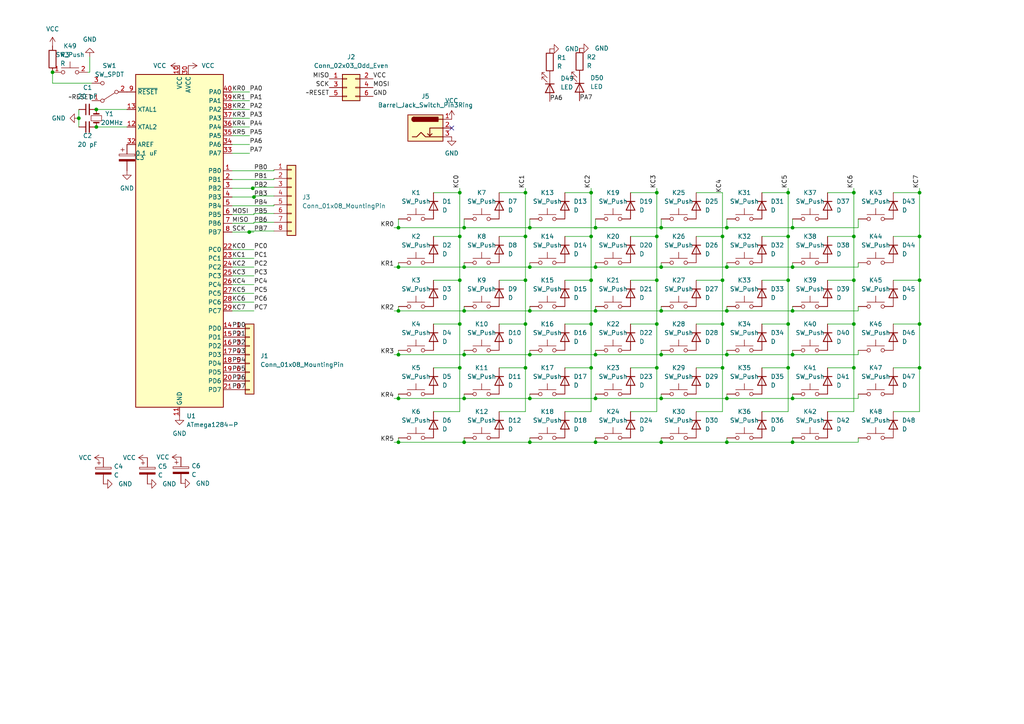
<source format=kicad_sch>
(kicad_sch (version 20211123) (generator eeschema)
  (paper "A4")
  (junction (at 247.65 106.68))
  (junction (at 229.87 90.17))
  (junction (at 22.86 34.29))
  (junction (at 210.82 115.57))
  (junction (at 210.82 128.27))
  (junction (at 152.4 93.98))
  (junction (at 171.45 106.68))
  (junction (at 73.66 57.15))
  (junction (at 228.6 81.28))
  (junction (at 152.4 68.58))
  (junction (at 228.6 55.88))
  (junction (at 229.87 66.04))
  (junction (at 266.7 81.28))
  (junction (at 191.77 66.04))
  (junction (at 172.72 66.04))
  (junction (at 15.24 20.955))
  (junction (at 209.55 81.28))
  (junction (at 133.35 55.88))
  (junction (at 115.57 90.17))
  (junction (at 209.55 106.68))
  (junction (at 247.65 68.58))
  (junction (at 115.57 77.47))
  (junction (at 172.72 102.87))
  (junction (at 228.6 93.98))
  (junction (at 171.45 93.98))
  (junction (at 210.82 90.17))
  (junction (at 171.45 81.28))
  (junction (at 134.62 90.17))
  (junction (at 152.4 55.88))
  (junction (at 247.65 55.88))
  (junction (at 266.7 93.98))
  (junction (at 134.62 102.87))
  (junction (at 172.72 128.27))
  (junction (at 27.94 31.75))
  (junction (at 171.45 55.88))
  (junction (at 210.82 66.04))
  (junction (at 191.77 77.47))
  (junction (at 229.87 77.47))
  (junction (at 133.35 68.58))
  (junction (at 115.57 66.04))
  (junction (at 229.87 115.57))
  (junction (at 115.57 102.87))
  (junction (at 134.62 77.47))
  (junction (at 190.5 81.28))
  (junction (at 73.3044 54.61))
  (junction (at 133.35 81.28))
  (junction (at 228.6 106.68))
  (junction (at 115.57 128.27))
  (junction (at 172.72 77.47))
  (junction (at 133.35 93.98))
  (junction (at 229.87 128.27))
  (junction (at 210.82 77.47))
  (junction (at 153.67 128.27))
  (junction (at 153.67 102.87))
  (junction (at 191.77 90.17))
  (junction (at 152.4 106.68))
  (junction (at 191.77 115.57))
  (junction (at 266.7 68.58))
  (junction (at 153.67 66.04))
  (junction (at 153.67 115.57))
  (junction (at 190.5 106.68))
  (junction (at 191.77 102.87))
  (junction (at 229.87 102.87))
  (junction (at 266.7 55.88))
  (junction (at 153.67 90.17))
  (junction (at 190.5 55.88))
  (junction (at 133.35 106.68))
  (junction (at 228.6 68.58))
  (junction (at 247.65 81.28))
  (junction (at 191.77 128.27))
  (junction (at 171.45 68.58))
  (junction (at 266.7 106.68))
  (junction (at 153.67 77.47))
  (junction (at 134.62 66.04))
  (junction (at 172.72 90.17))
  (junction (at 247.65 93.98))
  (junction (at 190.5 93.98))
  (junction (at 115.57 115.57))
  (junction (at 72.2884 67.31))
  (junction (at 27.94 36.83))
  (junction (at 134.62 128.27))
  (junction (at 210.82 102.87))
  (junction (at 172.72 115.57))
  (junction (at 209.55 93.98))
  (junction (at 190.5 68.58))
  (junction (at 134.62 115.57))
  (junction (at 152.4 81.28))
  (junction (at 209.55 68.58))
  (no_connect (at 131.0132 37.1348))
  (wire (pts (xy 191.77 63.5) (xy 191.77 66.04)))
  (wire (pts (xy 191.77 127) (xy 191.77 128.27)))
  (wire (pts (xy 15.24 24.13) (xy 26.67 24.13)))
  (wire (pts (xy 144.78 68.58) (xy 152.4 68.58)))
  (wire (pts (xy 163.83 93.98) (xy 171.45 93.98)))
  (wire (pts (xy 134.62 66.04) (xy 153.67 66.04)))
  (wire (pts (xy 228.6 55.88) (xy 228.6 68.58)))
  (wire (pts (xy 115.57 88.9) (xy 115.57 90.17)))
  (wire (pts (xy 171.45 68.58) (xy 171.45 81.28)))
  (wire (pts (xy 73.66 57.15) (xy 73.66 57.2008)))
  (wire (pts (xy 209.55 55.88) (xy 209.55 68.58)))
  (wire (pts (xy 191.77 114.3) (xy 191.77 115.57)))
  (wire (pts (xy 182.88 119.38) (xy 190.5 119.38)))
  (wire (pts (xy 79.4512 67.0052) (xy 72.2884 67.0052)))
  (wire (pts (xy 240.03 106.68) (xy 247.65 106.68)))
  (wire (pts (xy 228.6 54.61) (xy 228.6 55.88)))
  (wire (pts (xy 133.35 55.88) (xy 133.35 68.58)))
  (wire (pts (xy 210.82 128.27) (xy 229.87 128.27)))
  (wire (pts (xy 210.82 63.5) (xy 210.82 66.04)))
  (wire (pts (xy 229.87 76.2) (xy 229.87 77.47)))
  (wire (pts (xy 240.03 55.88) (xy 247.65 55.88)))
  (wire (pts (xy 190.5 93.98) (xy 190.5 106.68)))
  (wire (pts (xy 67.31 67.31) (xy 72.2884 67.31)))
  (wire (pts (xy 153.67 63.5) (xy 153.67 66.04)))
  (wire (pts (xy 134.62 128.27) (xy 153.67 128.27)))
  (wire (pts (xy 190.5 55.88) (xy 190.5 68.58)))
  (wire (pts (xy 229.87 128.27) (xy 248.92 128.27)))
  (wire (pts (xy 153.67 88.9) (xy 153.67 90.17)))
  (wire (pts (xy 240.03 68.58) (xy 247.65 68.58)))
  (wire (pts (xy 144.78 55.88) (xy 152.4 55.88)))
  (wire (pts (xy 191.77 66.04) (xy 210.82 66.04)))
  (wire (pts (xy 115.57 101.6) (xy 115.57 102.87)))
  (wire (pts (xy 191.77 102.87) (xy 210.82 102.87)))
  (wire (pts (xy 172.72 88.9) (xy 172.72 90.17)))
  (wire (pts (xy 125.73 81.28) (xy 133.35 81.28)))
  (wire (pts (xy 153.67 102.87) (xy 172.72 102.87)))
  (wire (pts (xy 153.67 90.17) (xy 172.72 90.17)))
  (wire (pts (xy 67.31 57.15) (xy 73.66 57.15)))
  (wire (pts (xy 266.7 81.28) (xy 266.7 93.98)))
  (wire (pts (xy 125.73 68.58) (xy 133.35 68.58)))
  (wire (pts (xy 153.67 114.3) (xy 153.67 115.57)))
  (wire (pts (xy 220.98 55.88) (xy 228.6 55.88)))
  (wire (pts (xy 171.45 93.98) (xy 171.45 106.68)))
  (wire (pts (xy 247.65 54.61) (xy 247.65 55.88)))
  (wire (pts (xy 67.31 36.83) (xy 72.39 36.83)))
  (wire (pts (xy 79.4512 61.9252) (xy 73.66 61.9252)))
  (wire (pts (xy 240.03 119.38) (xy 247.65 119.38)))
  (wire (pts (xy 248.92 88.9) (xy 248.92 90.17)))
  (wire (pts (xy 266.7 106.68) (xy 266.7 119.38)))
  (wire (pts (xy 133.35 106.68) (xy 133.35 119.38)))
  (wire (pts (xy 248.92 101.6) (xy 248.92 102.87)))
  (wire (pts (xy 67.31 54.61) (xy 73.3044 54.61)))
  (wire (pts (xy 229.87 127) (xy 229.87 128.27)))
  (wire (pts (xy 191.77 76.2) (xy 191.77 77.47)))
  (wire (pts (xy 229.87 90.17) (xy 248.92 90.17)))
  (wire (pts (xy 73.3044 54.61) (xy 73.66 54.61)))
  (wire (pts (xy 259.08 106.68) (xy 266.7 106.68)))
  (wire (pts (xy 152.4 81.28) (xy 152.4 93.98)))
  (wire (pts (xy 172.72 102.87) (xy 191.77 102.87)))
  (wire (pts (xy 67.31 52.07) (xy 79.4512 52.07)))
  (wire (pts (xy 191.77 90.17) (xy 210.82 90.17)))
  (wire (pts (xy 153.67 66.04) (xy 172.72 66.04)))
  (wire (pts (xy 172.72 127) (xy 172.72 128.27)))
  (wire (pts (xy 163.83 55.88) (xy 171.45 55.88)))
  (wire (pts (xy 67.31 85.09) (xy 73.66 85.09)))
  (wire (pts (xy 26.035 20.955) (xy 26.035 16.51)))
  (wire (pts (xy 67.31 41.91) (xy 72.39 41.91)))
  (wire (pts (xy 228.6 93.98) (xy 228.6 106.68)))
  (wire (pts (xy 67.31 62.23) (xy 73.66 62.23)))
  (wire (pts (xy 210.82 101.6) (xy 210.82 102.87)))
  (wire (pts (xy 266.7 93.98) (xy 266.7 106.68)))
  (wire (pts (xy 247.65 68.58) (xy 247.65 81.28)))
  (wire (pts (xy 15.24 20.955) (xy 15.24 24.13)))
  (wire (pts (xy 134.62 88.9) (xy 134.62 90.17)))
  (wire (pts (xy 134.62 115.57) (xy 153.67 115.57)))
  (wire (pts (xy 134.62 102.87) (xy 153.67 102.87)))
  (wire (pts (xy 114.3 90.17) (xy 115.57 90.17)))
  (wire (pts (xy 79.4512 52.07) (xy 79.4512 51.7652)))
  (wire (pts (xy 228.6 68.58) (xy 228.6 81.28)))
  (wire (pts (xy 134.62 77.47) (xy 153.67 77.47)))
  (wire (pts (xy 229.87 102.87) (xy 248.92 102.87)))
  (wire (pts (xy 134.62 127) (xy 134.62 128.27)))
  (wire (pts (xy 201.93 55.88) (xy 209.55 55.88)))
  (wire (pts (xy 210.82 77.47) (xy 229.87 77.47)))
  (wire (pts (xy 67.31 34.29) (xy 72.39 34.29)))
  (wire (pts (xy 67.31 31.75) (xy 72.39 31.75)))
  (wire (pts (xy 191.77 101.6) (xy 191.77 102.87)))
  (wire (pts (xy 144.78 93.98) (xy 152.4 93.98)))
  (wire (pts (xy 171.45 106.68) (xy 171.45 119.38)))
  (wire (pts (xy 266.7 68.58) (xy 266.7 81.28)))
  (wire (pts (xy 125.73 55.88) (xy 133.35 55.88)))
  (wire (pts (xy 73.66 64.4652) (xy 73.66 64.77)))
  (wire (pts (xy 163.83 119.38) (xy 171.45 119.38)))
  (wire (pts (xy 172.72 76.2) (xy 172.72 77.47)))
  (wire (pts (xy 163.83 106.68) (xy 171.45 106.68)))
  (wire (pts (xy 201.93 119.38) (xy 209.55 119.38)))
  (wire (pts (xy 191.77 77.47) (xy 210.82 77.47)))
  (wire (pts (xy 67.31 72.39) (xy 73.66 72.39)))
  (wire (pts (xy 67.31 87.63) (xy 73.66 87.63)))
  (wire (pts (xy 73.3044 54.3052) (xy 73.3044 54.61)))
  (wire (pts (xy 171.45 55.88) (xy 171.45 68.58)))
  (wire (pts (xy 182.88 55.88) (xy 190.5 55.88)))
  (wire (pts (xy 172.72 101.6) (xy 172.72 102.87)))
  (wire (pts (xy 172.72 63.5) (xy 172.72 66.04)))
  (wire (pts (xy 220.98 81.28) (xy 228.6 81.28)))
  (wire (pts (xy 144.78 106.68) (xy 152.4 106.68)))
  (wire (pts (xy 114.3 115.57) (xy 115.57 115.57)))
  (wire (pts (xy 67.31 59.69) (xy 79.4512 59.69)))
  (wire (pts (xy 79.4512 49.53) (xy 79.4512 49.2252)))
  (wire (pts (xy 190.5 68.58) (xy 190.5 81.28)))
  (wire (pts (xy 27.94 31.75) (xy 36.83 31.75)))
  (wire (pts (xy 248.92 76.2) (xy 248.92 77.47)))
  (wire (pts (xy 25.4 20.955) (xy 26.035 20.955)))
  (wire (pts (xy 144.78 81.28) (xy 152.4 81.28)))
  (wire (pts (xy 248.92 114.3) (xy 248.92 115.57)))
  (wire (pts (xy 259.08 119.38) (xy 266.7 119.38)))
  (wire (pts (xy 114.3 66.04) (xy 115.57 66.04)))
  (wire (pts (xy 163.83 68.58) (xy 171.45 68.58)))
  (wire (pts (xy 210.82 127) (xy 210.82 128.27)))
  (wire (pts (xy 115.57 90.17) (xy 134.62 90.17)))
  (wire (pts (xy 247.65 93.98) (xy 247.65 106.68)))
  (wire (pts (xy 153.67 128.27) (xy 172.72 128.27)))
  (wire (pts (xy 210.82 115.57) (xy 229.87 115.57)))
  (wire (pts (xy 134.62 101.6) (xy 134.62 102.87)))
  (wire (pts (xy 114.3 128.27) (xy 115.57 128.27)))
  (wire (pts (xy 67.31 49.53) (xy 79.4512 49.53)))
  (wire (pts (xy 259.08 93.98) (xy 266.7 93.98)))
  (wire (pts (xy 22.86 34.29) (xy 22.86 36.83)))
  (wire (pts (xy 182.88 68.58) (xy 190.5 68.58)))
  (wire (pts (xy 209.55 81.28) (xy 209.55 93.98)))
  (wire (pts (xy 210.82 88.9) (xy 210.82 90.17)))
  (wire (pts (xy 247.65 106.68) (xy 247.65 119.38)))
  (wire (pts (xy 247.65 81.28) (xy 247.65 93.98)))
  (wire (pts (xy 115.57 128.27) (xy 134.62 128.27)))
  (wire (pts (xy 133.35 54.61) (xy 133.35 55.88)))
  (wire (pts (xy 163.83 81.28) (xy 171.45 81.28)))
  (wire (pts (xy 210.82 76.2) (xy 210.82 77.47)))
  (wire (pts (xy 153.67 76.2) (xy 153.67 77.47)))
  (wire (pts (xy 79.4512 54.3052) (xy 73.3044 54.3052)))
  (wire (pts (xy 190.5 54.61) (xy 190.5 55.88)))
  (wire (pts (xy 153.67 101.6) (xy 153.67 102.87)))
  (wire (pts (xy 191.77 115.57) (xy 210.82 115.57)))
  (wire (pts (xy 152.4 106.68) (xy 152.4 119.38)))
  (wire (pts (xy 133.35 68.58) (xy 133.35 81.28)))
  (wire (pts (xy 228.6 106.68) (xy 228.6 119.38)))
  (wire (pts (xy 115.57 77.47) (xy 134.62 77.47)))
  (wire (pts (xy 229.87 88.9) (xy 229.87 90.17)))
  (wire (pts (xy 125.73 119.38) (xy 133.35 119.38)))
  (wire (pts (xy 72.2884 67.31) (xy 73.66 67.31)))
  (wire (pts (xy 153.67 127) (xy 153.67 128.27)))
  (wire (pts (xy 153.67 77.47) (xy 172.72 77.47)))
  (wire (pts (xy 134.62 63.5) (xy 134.62 66.04)))
  (wire (pts (xy 229.87 63.5) (xy 229.87 66.04)))
  (wire (pts (xy 229.87 101.6) (xy 229.87 102.87)))
  (wire (pts (xy 210.82 90.17) (xy 229.87 90.17)))
  (wire (pts (xy 114.3 102.87) (xy 115.57 102.87)))
  (wire (pts (xy 152.4 68.58) (xy 152.4 81.28)))
  (wire (pts (xy 229.87 115.57) (xy 248.92 115.57)))
  (wire (pts (xy 190.5 81.28) (xy 190.5 93.98)))
  (wire (pts (xy 259.08 55.88) (xy 266.7 55.88)))
  (wire (pts (xy 115.57 102.87) (xy 134.62 102.87)))
  (wire (pts (xy 134.62 114.3) (xy 134.62 115.57)))
  (wire (pts (xy 67.31 64.77) (xy 73.66 64.77)))
  (wire (pts (xy 133.35 93.98) (xy 133.35 106.68)))
  (wire (pts (xy 152.4 93.98) (xy 152.4 106.68)))
  (wire (pts (xy 201.93 106.68) (xy 209.55 106.68)))
  (wire (pts (xy 248.92 127) (xy 248.92 128.27)))
  (wire (pts (xy 152.4 54.61) (xy 152.4 55.88)))
  (wire (pts (xy 172.72 77.47) (xy 191.77 77.47)))
  (wire (pts (xy 152.4 55.88) (xy 152.4 68.58)))
  (wire (pts (xy 73.66 61.9252) (xy 73.66 62.23)))
  (wire (pts (xy 240.03 93.98) (xy 247.65 93.98)))
  (wire (pts (xy 115.57 127) (xy 115.57 128.27)))
  (wire (pts (xy 67.31 82.55) (xy 73.66 82.55)))
  (wire (pts (xy 209.55 93.98) (xy 209.55 106.68)))
  (wire (pts (xy 67.31 26.67) (xy 72.39 26.67)))
  (wire (pts (xy 67.31 39.37) (xy 72.39 39.37)))
  (wire (pts (xy 209.55 106.68) (xy 209.55 119.38)))
  (wire (pts (xy 190.5 106.68) (xy 190.5 119.38)))
  (wire (pts (xy 67.31 74.93) (xy 73.66 74.93)))
  (wire (pts (xy 171.45 81.28) (xy 171.45 93.98)))
  (wire (pts (xy 182.88 106.68) (xy 190.5 106.68)))
  (wire (pts (xy 259.08 68.58) (xy 266.7 68.58)))
  (wire (pts (xy 134.62 76.2) (xy 134.62 77.47)))
  (wire (pts (xy 115.57 114.3) (xy 115.57 115.57)))
  (wire (pts (xy 172.72 114.3) (xy 172.72 115.57)))
  (wire (pts (xy 182.88 81.28) (xy 190.5 81.28)))
  (wire (pts (xy 172.72 115.57) (xy 191.77 115.57)))
  (wire (pts (xy 201.93 81.28) (xy 209.55 81.28)))
  (wire (pts (xy 201.93 93.98) (xy 209.55 93.98)))
  (wire (pts (xy 73.66 56.8452) (xy 73.66 57.15)))
  (wire (pts (xy 22.86 31.75) (xy 22.86 34.29)))
  (wire (pts (xy 67.31 44.45) (xy 72.39 44.45)))
  (wire (pts (xy 172.72 66.04) (xy 191.77 66.04)))
  (wire (pts (xy 259.08 81.28) (xy 266.7 81.28)))
  (wire (pts (xy 153.67 115.57) (xy 172.72 115.57)))
  (wire (pts (xy 229.87 114.3) (xy 229.87 115.57)))
  (wire (pts (xy 266.7 54.61) (xy 266.7 55.88)))
  (wire (pts (xy 220.98 93.98) (xy 228.6 93.98)))
  (wire (pts (xy 220.98 106.68) (xy 228.6 106.68)))
  (wire (pts (xy 229.87 77.47) (xy 248.92 77.47)))
  (wire (pts (xy 115.57 63.5) (xy 115.57 66.04)))
  (wire (pts (xy 228.6 81.28) (xy 228.6 93.98)))
  (wire (pts (xy 220.98 119.38) (xy 228.6 119.38)))
  (wire (pts (xy 247.65 55.88) (xy 247.65 68.58)))
  (wire (pts (xy 209.55 68.58) (xy 209.55 81.28)))
  (wire (pts (xy 79.4512 56.8452) (xy 73.66 56.8452)))
  (wire (pts (xy 79.4512 64.4652) (xy 73.66 64.4652)))
  (wire (pts (xy 67.31 77.47) (xy 73.66 77.47)))
  (wire (pts (xy 191.77 128.27) (xy 210.82 128.27)))
  (wire (pts (xy 67.31 29.21) (xy 72.39 29.21)))
  (wire (pts (xy 229.87 66.04) (xy 248.92 66.04)))
  (wire (pts (xy 210.82 102.87) (xy 229.87 102.87)))
  (wire (pts (xy 72.2884 67.0052) (xy 72.2884 67.31)))
  (wire (pts (xy 134.62 90.17) (xy 153.67 90.17)))
  (wire (pts (xy 144.78 119.38) (xy 152.4 119.38)))
  (wire (pts (xy 172.72 90.17) (xy 191.77 90.17)))
  (wire (pts (xy 201.93 68.58) (xy 209.55 68.58)))
  (wire (pts (xy 240.03 81.28) (xy 247.65 81.28)))
  (wire (pts (xy 114.3 77.47) (xy 115.57 77.47)))
  (wire (pts (xy 248.92 63.5) (xy 248.92 66.04)))
  (wire (pts (xy 125.73 106.68) (xy 133.35 106.68)))
  (wire (pts (xy 115.57 76.2) (xy 115.57 77.47)))
  (wire (pts (xy 79.4512 59.69) (xy 79.4512 59.3852)))
  (wire (pts (xy 220.98 68.58) (xy 228.6 68.58)))
  (wire (pts (xy 125.73 93.98) (xy 133.35 93.98)))
  (wire (pts (xy 210.82 66.04) (xy 229.87 66.04)))
  (wire (pts (xy 115.57 115.57) (xy 134.62 115.57)))
  (wire (pts (xy 115.57 66.04) (xy 134.62 66.04)))
  (wire (pts (xy 266.7 55.88) (xy 266.7 68.58)))
  (wire (pts (xy 27.94 36.83) (xy 36.83 36.83)))
  (wire (pts (xy 191.77 88.9) (xy 191.77 90.17)))
  (wire (pts (xy 172.72 128.27) (xy 191.77 128.27)))
  (wire (pts (xy 133.35 81.28) (xy 133.35 93.98)))
  (wire (pts (xy 210.82 114.3) (xy 210.82 115.57)))
  (wire (pts (xy 67.31 80.01) (xy 73.66 80.01)))
  (wire (pts (xy 171.45 54.61) (xy 171.45 55.88)))
  (wire (pts (xy 182.88 93.98) (xy 190.5 93.98)))
  (wire (pts (xy 67.31 90.17) (xy 73.66 90.17)))
  (label "KC1" (at 152.4 54.61 90))
  (label "KC2" (at 67.31 77.47 0))
  (label "PD0" (at 67.31 95.25 0))
  (label "KR2" (at 114.3 90.17 180))
  (label "PD5" (at 67.31 107.95 0))
  (label "~RESET" (at 95.504 27.94 180))
  (label "PA6" (at 72.39 41.91 0))
  (label "PA4" (at 72.39 36.83 0))
  (label "PB3" (at 73.66 57.15 0))
  (label "PD7" (at 67.31 113.03 0))
  (label "PD3" (at 67.31 102.87 0))
  (label "KR3" (at 114.3 102.87 180))
  (label "PA7" (at 72.39 44.45 0))
  (label "PB2" (at 73.66 54.61 0))
  (label "PC4" (at 73.66 82.55 0))
  (label "PA2" (at 72.39 31.75 0))
  (label "KC1" (at 67.31 74.93 0))
  (label "MISO" (at 67.31 64.77 0))
  (label "~RESET" (at 26.67 29.21 180))
  (label "MOSI" (at 67.31 62.23 0))
  (label "PB7" (at 73.66 67.31 0))
  (label "KR0" (at 67.31 26.67 0))
  (label "KC6" (at 67.31 87.63 0))
  (label "KC7" (at 67.31 90.17 0))
  (label "PC6" (at 73.66 87.63 0))
  (label "KC3" (at 67.31 80.01 0))
  (label "PA6" (at 159.4612 29.4132 0))
  (label "PD6" (at 67.31 110.49 0))
  (label "KR0" (at 114.3 66.04 180))
  (label "KC4" (at 209.55 55.88 90))
  (label "PB6" (at 73.66 64.77 0))
  (label "KR5" (at 114.3 128.27 180))
  (label "SCK" (at 95.504 25.4 180))
  (label "PC0" (at 73.66 72.39 0))
  (label "KR4" (at 67.31 36.83 0))
  (label "PA0" (at 72.39 26.67 0))
  (label "KR5" (at 67.31 39.37 0))
  (label "KC0" (at 67.31 72.39 0))
  (label "PC5" (at 73.66 85.09 0))
  (label "KC5" (at 67.31 85.09 0))
  (label "KC4" (at 67.31 82.55 0))
  (label "KC5" (at 228.6 54.61 90))
  (label "PD2" (at 67.31 100.33 0))
  (label "SCK" (at 67.31 67.31 0))
  (label "PC2" (at 73.66 77.47 0))
  (label "PB1" (at 73.66 52.07 0))
  (label "VCC" (at 108.204 22.86 0))
  (label "PD4" (at 67.31 105.41 0))
  (label "PC3" (at 73.66 80.01 0))
  (label "PC1" (at 73.66 74.93 0))
  (label "KR1" (at 114.3 77.47 180))
  (label "KR4" (at 114.3 115.57 180))
  (label "PA7" (at 168.0972 29.2608 0))
  (label "KR1" (at 67.31 29.21 0))
  (label "KC2" (at 171.45 54.61 90))
  (label "KC0" (at 133.35 54.61 90))
  (label "PD1" (at 67.31 97.79 0))
  (label "PA1" (at 72.39 29.21 0))
  (label "MOSI" (at 108.204 25.4 0))
  (label "KR2" (at 67.31 31.75 0))
  (label "PB0" (at 73.66 49.53 0))
  (label "PA5" (at 72.39 39.37 0))
  (label "PB5" (at 73.66 62.23 0))
  (label "MISO" (at 95.504 22.86 180))
  (label "PA3" (at 72.39 34.29 0))
  (label "KC7" (at 266.7 54.61 90))
  (label "PC7" (at 73.66 90.17 0))
  (label "GND" (at 108.204 27.94 0))
  (label "PB4" (at 73.66 59.69 0))
  (label "KC6" (at 247.65 54.61 90))
  (label "KC3" (at 190.5 54.61 90))
  (label "KR3" (at 67.31 34.29 0))
  (symbol (lib_id "Switch:SW_Push") (at 234.95 88.9 0) (unit 1)
    (property "Reference" "K39" (at 234.95 81.28 0))
    (property "Value" "SW_Push" (at 234.95 83.82 0))
    (property "Footprint" "Button_Switch_Keyboard:SW_Cherry_MX_1.00u_PCB" (effects hide))
  )
  (symbol (lib_id "Device:D") (at 240.03 97.79 270) (unit 1)
    (property "Reference" "D40" (at 242.57 96.5199 90) (effects (justify left)))
    (property "Value" "D" (at 242.57 99.0599 90) (effects (justify left)))
    (property "Footprint" "Diode_THT:D_DO-41_SOD81_P7.62mm_Horizontal" (effects hide))
  )
  (symbol (lib_id "Device:D") (at 125.73 123.19 270) (unit 1)
    (property "Reference" "D6" (at 128.27 121.9199 90) (effects (justify left)))
    (property "Value" "D" (at 128.27 124.4599 90) (effects (justify left)))
    (property "Footprint" "Diode_THT:D_DO-41_SOD81_P7.62mm_Horizontal" (effects hide))
  )
  (symbol (lib_id "Device:LED") (at 159.4612 25.6032 270) (unit 1)
    (property "Reference" "D49" (at 162.56 22.7456 90) (effects (justify left)))
    (property "Value" "LED" (at 162.56 25.2856 90) (effects (justify left)))
    (property "Footprint" "LED_THT:LED_D5.0mm_Clear" (effects hide))
  )
  (symbol (lib_id "power:VCC") (at 29.972 132.7404 90) (unit 1)
    (property "Reference" "#PWR0111" (effects hide))
    (property "Value" "VCC" (at 26.67 132.7403 90) (effects (justify left)))
  )
  (symbol (lib_id "Switch:SW_Push") (at 215.9 88.9 0) (unit 1)
    (property "Reference" "K33" (at 215.9 81.28 0))
    (property "Value" "SW_Push" (at 215.9 83.82 0))
    (property "Footprint" "Button_Switch_Keyboard:SW_Cherry_MX_1.00u_PCB" (effects hide))
  )
  (symbol (lib_id "Device:D") (at 259.08 97.79 270) (unit 1)
    (property "Reference" "D46" (at 261.62 96.5199 90) (effects (justify left)))
    (property "Value" "D" (at 261.62 99.0599 90) (effects (justify left)))
    (property "Footprint" "Diode_THT:D_DO-41_SOD81_P7.62mm_Horizontal" (effects hide))
  )
  (symbol (lib_id "Device:D") (at 144.78 85.09 270) (unit 1)
    (property "Reference" "D9" (at 147.32 83.8199 90) (effects (justify left)))
    (property "Value" "D" (at 147.32 86.3599 90) (effects (justify left)))
    (property "Footprint" "Diode_THT:D_DO-41_SOD81_P7.62mm_Horizontal" (effects hide))
  )
  (symbol (lib_id "Switch:SW_Push") (at 215.9 63.5 0) (unit 1)
    (property "Reference" "K31" (at 215.9 55.88 0))
    (property "Value" "SW_Push" (at 215.9 58.42 0))
    (property "Footprint" "Button_Switch_Keyboard:SW_Cherry_MX_1.00u_PCB" (effects hide))
  )
  (symbol (lib_id "power:GND") (at 36.83 49.53 0) (unit 1)
    (property "Reference" "#PWR0105" (effects hide))
    (property "Value" "GND" (at 36.83 54.61 0))
  )
  (symbol (lib_id "Device:D") (at 240.03 85.09 270) (unit 1)
    (property "Reference" "D39" (at 242.57 83.8199 90) (effects (justify left)))
    (property "Value" "D" (at 242.57 86.3599 90) (effects (justify left)))
    (property "Footprint" "Diode_THT:D_DO-41_SOD81_P7.62mm_Horizontal" (effects hide))
  )
  (symbol (lib_id "Switch:SW_SPDT") (at 31.75 26.67 180) (unit 1)
    (property "Reference" "SW1" (at 31.75 19.05 0))
    (property "Value" "SW_SPDT" (at 31.75 21.59 0))
    (property "Footprint" "Connector_PinSocket_2.54mm:PinSocket_1x03_P2.54mm_Vertical" (effects hide))
  )
  (symbol (lib_id "Switch:SW_Push") (at 120.65 76.2 0) (unit 1)
    (property "Reference" "K2" (at 120.65 68.58 0))
    (property "Value" "SW_Push" (at 120.65 71.12 0))
    (property "Footprint" "Button_Switch_Keyboard:SW_Cherry_MX_1.00u_PCB" (effects hide))
  )
  (symbol (lib_id "Device:C_Small") (at 25.4 36.83 90) (unit 1)
    (property "Reference" "C2" (at 25.4 39.37 90))
    (property "Value" "20 pF" (at 25.4 41.91 90))
    (property "Footprint" "Capacitor_THT:C_Disc_D3.0mm_W1.6mm_P2.50mm" (effects hide))
  )
  (symbol (lib_id "Device:LED") (at 168.0972 25.4508 270) (unit 1)
    (property "Reference" "D50" (at 171.196 22.5932 90) (effects (justify left)))
    (property "Value" "LED" (at 171.196 25.1332 90) (effects (justify left)))
    (property "Footprint" "LED_THT:LED_D5.0mm_Clear" (effects hide))
  )
  (symbol (lib_id "power:VCC") (at 52.4764 132.588 90) (unit 1)
    (property "Reference" "#PWR0109" (effects hide))
    (property "Value" "VCC" (at 49.1744 132.5879 90) (effects (justify left)))
  )
  (symbol (lib_id "power:GND") (at 159.4612 14.1732 90) (unit 1)
    (property "Reference" "#PWR0115" (effects hide))
    (property "Value" "GND" (at 163.83 14.1731 90) (effects (justify right)))
  )
  (symbol (lib_id "Device:D") (at 259.08 72.39 270) (unit 1)
    (property "Reference" "D44" (at 261.62 71.1199 90) (effects (justify left)))
    (property "Value" "D" (at 261.62 73.6599 90) (effects (justify left)))
    (property "Footprint" "Diode_THT:D_DO-41_SOD81_P7.62mm_Horizontal" (effects hide))
  )
  (symbol (lib_id "Switch:SW_Push") (at 254 63.5 0) (unit 1)
    (property "Reference" "K43" (at 254 55.88 0))
    (property "Value" "SW_Push" (at 254 58.42 0))
    (property "Footprint" "Button_Switch_Keyboard:SW_Cherry_MX_1.00u_PCB" (effects hide))
  )
  (symbol (lib_id "Device:D") (at 259.08 110.49 270) (unit 1)
    (property "Reference" "D47" (at 261.62 109.2199 90) (effects (justify left)))
    (property "Value" "D" (at 261.62 111.7599 90) (effects (justify left)))
    (property "Footprint" "Diode_THT:D_DO-41_SOD81_P7.62mm_Horizontal" (effects hide))
  )
  (symbol (lib_id "Switch:SW_Push") (at 234.95 101.6 0) (unit 1)
    (property "Reference" "K40" (at 234.95 93.98 0))
    (property "Value" "SW_Push" (at 234.95 96.52 0))
    (property "Footprint" "Button_Switch_Keyboard:SW_Cherry_MX_1.00u_PCB" (effects hide))
  )
  (symbol (lib_id "Switch:SW_Push") (at 177.8 127 0) (unit 1)
    (property "Reference" "K24" (at 177.8 119.38 0))
    (property "Value" "SW_Push" (at 177.8 121.92 0))
    (property "Footprint" "Button_Switch_Keyboard:SW_Cherry_MX_1.00u_PCB" (effects hide))
  )
  (symbol (lib_id "Switch:SW_Push") (at 234.95 63.5 0) (unit 1)
    (property "Reference" "K37" (at 234.95 55.88 0))
    (property "Value" "SW_Push" (at 234.95 58.42 0))
    (property "Footprint" "Button_Switch_Keyboard:SW_Cherry_MX_1.00u_PCB" (effects hide))
  )
  (symbol (lib_id "Connector_Generic:Conn_01x08") (at 72.39 102.87 0) (unit 1)
    (property "Reference" "J1" (at 75.4888 103.2255 0) (effects (justify left)))
    (property "Value" "Conn_01x08_MountingPin" (at 75.4888 105.7655 0) (effects (justify left)))
    (property "Footprint" "Connector_PinHeader_2.54mm:PinHeader_1x08_P2.54mm_Vertical" (effects hide))
  )
  (symbol (lib_id "Switch:SW_Push") (at 196.85 127 0) (unit 1)
    (property "Reference" "K30" (at 196.85 119.38 0))
    (property "Value" "SW_Push" (at 196.85 121.92 0))
    (property "Footprint" "Button_Switch_Keyboard:SW_Cherry_MX_1.00u_PCB" (effects hide))
  )
  (symbol (lib_id "power:GND") (at 52.4764 140.208 90) (unit 1)
    (property "Reference" "#PWR0108" (effects hide))
    (property "Value" "GND" (at 56.7944 140.2079 90) (effects (justify right)))
  )
  (symbol (lib_id "Device:D") (at 201.93 110.49 270) (unit 1)
    (property "Reference" "D29" (at 204.47 109.2199 90) (effects (justify left)))
    (property "Value" "D" (at 204.47 111.7599 90) (effects (justify left)))
    (property "Footprint" "Diode_THT:D_DO-41_SOD81_P7.62mm_Horizontal" (effects hide))
  )
  (symbol (lib_id "MCU_Microchip_ATmega:ATmega1284-P") (at 52.07 69.85 0) (unit 1)
    (property "Reference" "U1" (at 54.0894 120.65 0) (effects (justify left)))
    (property "Value" "ATmega1284-P" (at 54.0894 123.19 0) (effects (justify left)))
    (property "Footprint" "Package_DIP:DIP-40_W15.24mm_Socket" (effects hide))
    (property "Datasheet" "http://ww1.microchip.com/downloads/en/DeviceDoc/Atmel-8272-8-bit-AVR-microcontroller-ATmega164A_PA-324A_PA-644A_PA-1284_P_datasheet.pdf" (effects hide))
  )
  (symbol (lib_id "Device:D") (at 201.93 123.19 270) (unit 1)
    (property "Reference" "D30" (at 204.47 121.9199 90) (effects (justify left)))
    (property "Value" "D" (at 204.47 124.4599 90) (effects (justify left)))
    (property "Footprint" "Diode_THT:D_DO-41_SOD81_P7.62mm_Horizontal" (effects hide))
  )
  (symbol (lib_id "Device:D") (at 240.03 59.69 270) (unit 1)
    (property "Reference" "D37" (at 242.57 58.4199 90) (effects (justify left)))
    (property "Value" "D" (at 242.57 60.9599 90) (effects (justify left)))
    (property "Footprint" "Diode_THT:D_DO-41_SOD81_P7.62mm_Horizontal" (effects hide))
  )
  (symbol (lib_id "Connector_Generic:Conn_01x08") (at 84.5312 56.8452 0) (unit 1)
    (property "Reference" "J3" (at 87.63 57.2007 0) (effects (justify left)))
    (property "Value" "Conn_01x08_MountingPin" (at 87.63 59.7407 0) (effects (justify left)))
    (property "Footprint" "Connector_PinHeader_2.54mm:PinHeader_1x08_P2.54mm_Vertical" (effects hide))
  )
  (symbol (lib_id "Switch:SW_Push") (at 196.85 63.5 0) (unit 1)
    (property "Reference" "K25" (at 196.85 55.88 0))
    (property "Value" "SW_Push" (at 196.85 58.42 0))
    (property "Footprint" "Button_Switch_Keyboard:SW_Cherry_MX_1.00u_PCB" (effects hide))
  )
  (symbol (lib_id "Switch:SW_Push") (at 120.65 101.6 0) (unit 1)
    (property "Reference" "K4" (at 120.65 93.98 0))
    (property "Value" "SW_Push" (at 120.65 96.52 0))
    (property "Footprint" "Button_Switch_Keyboard:SW_Cherry_MX_1.00u_PCB" (effects hide))
  )
  (symbol (lib_id "Switch:SW_Push") (at 120.65 63.5 0) (unit 1)
    (property "Reference" "K1" (at 120.65 55.88 0))
    (property "Value" "SW_Push" (at 120.65 58.42 0))
    (property "Footprint" "Button_Switch_Keyboard:SW_Cherry_MX_1.00u_PCB" (effects hide))
  )
  (symbol (lib_id "Device:D") (at 220.98 72.39 270) (unit 1)
    (property "Reference" "D32" (at 223.52 71.1199 90) (effects (justify left)))
    (property "Value" "D" (at 223.52 73.6599 90) (effects (justify left)))
    (property "Footprint" "Diode_THT:D_DO-41_SOD81_P7.62mm_Horizontal" (effects hide))
  )
  (symbol (lib_id "power:GND") (at 52.07 120.65 0) (unit 1)
    (property "Reference" "#PWR0101" (effects hide))
    (property "Value" "GND" (at 52.07 125.73 0))
  )
  (symbol (lib_id "power:VCC") (at 52.07 19.05 90) (unit 1)
    (property "Reference" "#PWR0102" (effects hide))
    (property "Value" "VCC" (at 48.26 19.0499 90) (effects (justify left)))
  )
  (symbol (lib_id "Device:D") (at 144.78 110.49 270) (unit 1)
    (property "Reference" "D11" (at 147.32 109.2199 90) (effects (justify left)))
    (property "Value" "D" (at 147.32 111.7599 90) (effects (justify left)))
    (property "Footprint" "Diode_THT:D_DO-41_SOD81_P7.62mm_Horizontal" (effects hide))
  )
  (symbol (lib_id "Switch:SW_Push") (at 120.65 114.3 0) (unit 1)
    (property "Reference" "K5" (at 120.65 106.68 0))
    (property "Value" "SW_Push" (at 120.65 109.22 0))
    (property "Footprint" "Button_Switch_Keyboard:SW_Cherry_MX_1.00u_PCB" (effects hide))
  )
  (symbol (lib_id "Switch:SW_Push") (at 254 114.3 0) (unit 1)
    (property "Reference" "K47" (at 254 106.68 0))
    (property "Value" "SW_Push" (at 254 109.22 0))
    (property "Footprint" "Button_Switch_Keyboard:SW_Cherry_MX_1.00u_PCB" (effects hide))
  )
  (symbol (lib_id "Device:D") (at 163.83 85.09 270) (unit 1)
    (property "Reference" "D15" (at 166.37 83.8199 90) (effects (justify left)))
    (property "Value" "D" (at 166.37 86.3599 90) (effects (justify left)))
    (property "Footprint" "Diode_THT:D_DO-41_SOD81_P7.62mm_Horizontal" (effects hide))
  )
  (symbol (lib_id "Switch:SW_Push") (at 120.65 88.9 0) (unit 1)
    (property "Reference" "K3" (at 120.65 81.28 0))
    (property "Value" "SW_Push" (at 120.65 83.82 0))
    (property "Footprint" "Button_Switch_Keyboard:SW_Cherry_MX_1.00u_PCB" (effects hide))
  )
  (symbol (lib_id "Switch:SW_Push") (at 215.9 127 0) (unit 1)
    (property "Reference" "K36" (at 215.9 119.38 0))
    (property "Value" "SW_Push" (at 215.9 121.92 0))
    (property "Footprint" "Button_Switch_Keyboard:SW_Cherry_MX_1.00u_PCB" (effects hide))
  )
  (symbol (lib_id "Device:D") (at 144.78 123.19 270) (unit 1)
    (property "Reference" "D12" (at 147.32 121.9199 90) (effects (justify left)))
    (property "Value" "D" (at 147.32 124.4599 90) (effects (justify left)))
    (property "Footprint" "Diode_THT:D_DO-41_SOD81_P7.62mm_Horizontal" (effects hide))
  )
  (symbol (lib_id "power:GND") (at 29.972 140.3604 90) (unit 1)
    (property "Reference" "#PWR0112" (effects hide))
    (property "Value" "GND" (at 34.29 140.3603 90) (effects (justify right)))
  )
  (symbol (lib_id "Switch:SW_Push") (at 158.75 114.3 0) (unit 1)
    (property "Reference" "K17" (at 158.75 106.68 0))
    (property "Value" "SW_Push" (at 158.75 109.22 0))
    (property "Footprint" "Button_Switch_Keyboard:SW_Cherry_MX_1.00u_PCB" (effects hide))
  )
  (symbol (lib_id "Device:D") (at 259.08 85.09 270) (unit 1)
    (property "Reference" "D45" (at 261.62 83.8199 90) (effects (justify left)))
    (property "Value" "D" (at 261.62 86.3599 90) (effects (justify left)))
    (property "Footprint" "Diode_THT:D_DO-41_SOD81_P7.62mm_Horizontal" (effects hide))
  )
  (symbol (lib_id "Device:D") (at 163.83 110.49 270) (unit 1)
    (property "Reference" "D17" (at 166.37 109.2199 90) (effects (justify left)))
    (property "Value" "D" (at 166.37 111.7599 90) (effects (justify left)))
    (property "Footprint" "Diode_THT:D_DO-41_SOD81_P7.62mm_Horizontal" (effects hide))
  )
  (symbol (lib_id "Device:C_Polarized") (at 52.4764 136.398 0) (unit 1)
    (property "Reference" "C6" (at 55.5244 135.1279 0) (effects (justify left)))
    (property "Value" "C" (at 55.5244 137.6679 0) (effects (justify left)))
    (property "Footprint" "Capacitor_THT:CP_Radial_D5.0mm_P2.00mm" (effects hide))
  )
  (symbol (lib_id "Switch:SW_Push") (at 120.65 127 0) (unit 1)
    (property "Reference" "K6" (at 120.65 119.38 0))
    (property "Value" "SW_Push" (at 120.65 121.92 0))
    (property "Footprint" "Button_Switch_Keyboard:SW_Cherry_MX_1.00u_PCB" (effects hide))
  )
  (symbol (lib_id "Device:D") (at 125.73 110.49 270) (unit 1)
    (property "Reference" "D5" (at 128.27 109.2199 90) (effects (justify left)))
    (property "Value" "D" (at 128.27 111.7599 90) (effects (justify left)))
    (property "Footprint" "Diode_THT:D_DO-41_SOD81_P7.62mm_Horizontal" (effects hide))
  )
  (symbol (lib_id "Device:D") (at 220.98 59.69 270) (unit 1)
    (property "Reference" "D31" (at 223.52 58.4199 90) (effects (justify left)))
    (property "Value" "D" (at 223.52 60.9599 90) (effects (justify left)))
    (property "Footprint" "Diode_THT:D_DO-41_SOD81_P7.62mm_Horizontal" (effects hide))
  )
  (symbol (lib_id "power:VCC") (at 15.24 13.335 0) (unit 1)
    (property "Reference" "#PWR0117" (effects hide))
    (property "Value" "VCC" (at 15.24 8.4074 0))
  )
  (symbol (lib_id "Device:R") (at 168.0972 17.8308 0) (unit 1)
    (property "Reference" "R2" (at 170.18 16.5607 0) (effects (justify left)))
    (property "Value" "R" (at 170.18 19.1007 0) (effects (justify left)))
    (property "Footprint" "Resistor_THT:R_Axial_DIN0204_L3.6mm_D1.6mm_P7.62mm_Horizontal" (effects hide))
  )
  (symbol (lib_id "Switch:SW_Push") (at 177.8 88.9 0) (unit 1)
    (property "Reference" "K21" (at 177.8 81.28 0))
    (property "Value" "SW_Push" (at 177.8 83.82 0))
    (property "Footprint" "Button_Switch_Keyboard:SW_Cherry_MX_1.00u_PCB" (effects hide))
  )
  (symbol (lib_id "Device:D") (at 182.88 123.19 270) (unit 1)
    (property "Reference" "D24" (at 185.42 121.9199 90) (effects (justify left)))
    (property "Value" "D" (at 185.42 124.4599 90) (effects (justify left)))
    (property "Footprint" "Diode_THT:D_DO-41_SOD81_P7.62mm_Horizontal" (effects hide))
  )
  (symbol (lib_id "Device:D") (at 259.08 59.69 270) (unit 1)
    (property "Reference" "D43" (at 261.62 58.4199 90) (effects (justify left)))
    (property "Value" "D" (at 261.62 60.9599 90) (effects (justify left)))
    (property "Footprint" "Diode_THT:D_DO-41_SOD81_P7.62mm_Horizontal" (effects hide))
  )
  (symbol (lib_id "Switch:SW_Push") (at 139.7 88.9 0) (unit 1)
    (property "Reference" "K9" (at 139.7 81.28 0))
    (property "Value" "SW_Push" (at 139.7 83.82 0))
    (property "Footprint" "Button_Switch_Keyboard:SW_Cherry_MX_1.00u_PCB" (effects hide))
  )
  (symbol (lib_id "Device:D") (at 163.83 97.79 270) (unit 1)
    (property "Reference" "D16" (at 166.37 96.5199 90) (effects (justify left)))
    (property "Value" "D" (at 166.37 99.0599 90) (effects (justify left)))
    (property "Footprint" "Diode_THT:D_DO-41_SOD81_P7.62mm_Horizontal" (effects hide))
  )
  (symbol (lib_id "Switch:SW_Push") (at 139.7 114.3 0) (unit 1)
    (property "Reference" "K11" (at 139.7 106.68 0))
    (property "Value" "SW_Push" (at 139.7 109.22 0))
    (property "Footprint" "Button_Switch_Keyboard:SW_Cherry_MX_1.00u_PCB" (effects hide))
  )
  (symbol (lib_id "power:VCC") (at 42.7417 132.7404 90) (unit 1)
    (property "Reference" "#PWR0110" (effects hide))
    (property "Value" "VCC" (at 39.4397 132.7403 90) (effects (justify left)))
  )
  (symbol (lib_id "Device:D") (at 125.73 72.39 270) (unit 1)
    (property "Reference" "D2" (at 128.27 71.1199 90) (effects (justify left)))
    (property "Value" "D" (at 128.27 73.6599 90) (effects (justify left)))
    (property "Footprint" "Diode_THT:D_DO-41_SOD81_P7.62mm_Horizontal" (effects hide))
  )
  (symbol (lib_id "Device:D") (at 220.98 85.09 270) (unit 1)
    (property "Reference" "D33" (at 223.52 83.8199 90) (effects (justify left)))
    (property "Value" "D" (at 223.52 86.3599 90) (effects (justify left)))
    (property "Footprint" "Diode_THT:D_DO-41_SOD81_P7.62mm_Horizontal" (effects hide))
  )
  (symbol (lib_id "Connector_Generic:Conn_02x03_Odd_Even") (at 100.584 25.4 0) (unit 1)
    (property "Reference" "J2" (at 101.854 16.51 0))
    (property "Value" "Conn_02x03_Odd_Even" (at 101.854 19.05 0))
    (property "Footprint" "Connector_PinHeader_2.54mm:PinHeader_2x03_P2.54mm_Vertical" (effects hide))
  )
  (symbol (lib_id "Switch:SW_Push") (at 254 76.2 0) (unit 1)
    (property "Reference" "K44" (at 254 68.58 0))
    (property "Value" "SW_Push" (at 254 71.12 0))
    (property "Footprint" "Button_Switch_Keyboard:SW_Cherry_MX_1.00u_PCB" (effects hide))
  )
  (symbol (lib_id "Device:D") (at 125.73 85.09 270) (unit 1)
    (property "Reference" "D3" (at 128.27 83.8199 90) (effects (justify left)))
    (property "Value" "D" (at 128.27 86.3599 90) (effects (justify left)))
    (property "Footprint" "Diode_THT:D_DO-41_SOD81_P7.62mm_Horizontal" (effects hide))
  )
  (symbol (lib_id "Device:D") (at 163.83 59.69 270) (unit 1)
    (property "Reference" "D13" (at 166.37 58.4199 90) (effects (justify left)))
    (property "Value" "D" (at 166.37 60.9599 90) (effects (justify left)))
    (property "Footprint" "Diode_THT:D_DO-41_SOD81_P7.62mm_Horizontal" (effects hide))
  )
  (symbol (lib_id "Device:D") (at 125.73 59.69 270) (unit 1)
    (property "Reference" "D1" (at 128.27 58.4199 90) (effects (justify left)))
    (property "Value" "D" (at 128.27 60.9599 90) (effects (justify left)))
    (property "Footprint" "Diode_THT:D_DO-41_SOD81_P7.62mm_Horizontal" (effects hide))
  )
  (symbol (lib_id "Switch:SW_Push") (at 158.75 88.9 0) (unit 1)
    (property "Reference" "K15" (at 158.75 81.28 0))
    (property "Value" "SW_Push" (at 158.75 83.82 0))
    (property "Footprint" "Button_Switch_Keyboard:SW_Cherry_MX_1.00u_PCB" (effects hide))
  )
  (symbol (lib_id "Switch:SW_Push") (at 254 127 0) (unit 1)
    (property "Reference" "K48" (at 254 119.38 0))
    (property "Value" "SW_Push" (at 254 121.92 0))
    (property "Footprint" "Button_Switch_Keyboard:SW_Cherry_MX_1.00u_PCB" (effects hide))
  )
  (symbol (lib_id "Device:D") (at 163.83 72.39 270) (unit 1)
    (property "Reference" "D14" (at 166.37 71.1199 90) (effects (justify left)))
    (property "Value" "D" (at 166.37 73.6599 90) (effects (justify left)))
    (property "Footprint" "Diode_THT:D_DO-41_SOD81_P7.62mm_Horizontal" (effects hide))
  )
  (symbol (lib_id "Switch:SW_Push") (at 139.7 76.2 0) (unit 1)
    (property "Reference" "K8" (at 139.7 68.58 0))
    (property "Value" "SW_Push" (at 139.7 71.12 0))
    (property "Footprint" "Button_Switch_Keyboard:SW_Cherry_MX_1.00u_PCB" (effects hide))
  )
  (symbol (lib_id "Switch:SW_Push") (at 215.9 114.3 0) (unit 1)
    (property "Reference" "K35" (at 215.9 106.68 0))
    (property "Value" "SW_Push" (at 215.9 109.22 0))
    (property "Footprint" "Button_Switch_Keyboard:SW_Cherry_MX_1.00u_PCB" (effects hide))
  )
  (symbol (lib_id "Switch:SW_Push") (at 177.8 63.5 0) (unit 1)
    (property "Reference" "K19" (at 177.8 55.88 0))
    (property "Value" "SW_Push" (at 177.8 58.42 0))
    (property "Footprint" "Button_Switch_Keyboard:SW_Cherry_MX_1.00u_PCB" (effects hide))
  )
  (symbol (lib_id "Switch:SW_Push") (at 158.75 63.5 0) (unit 1)
    (property "Reference" "K13" (at 158.75 55.88 0))
    (property "Value" "SW_Push" (at 158.75 58.42 0))
    (property "Footprint" "Button_Switch_Keyboard:SW_Cherry_MX_1.00u_PCB" (effects hide))
  )
  (symbol (lib_id "power:GND") (at 131.0132 39.6748 0) (unit 1)
    (property "Reference" "#PWR0114" (effects hide))
    (property "Value" "GND" (at 131.0132 44.45 0))
  )
  (symbol (lib_id "Device:D") (at 259.08 123.19 270) (unit 1)
    (property "Reference" "D48" (at 261.62 121.9199 90) (effects (justify left)))
    (property "Value" "D" (at 261.62 124.4599 90) (effects (justify left)))
    (property "Footprint" "Diode_THT:D_DO-41_SOD81_P7.62mm_Horizontal" (effects hide))
  )
  (symbol (lib_id "Switch:SW_Push") (at 139.7 127 0) (unit 1)
    (property "Reference" "K12" (at 139.7 119.38 0))
    (property "Value" "SW_Push" (at 139.7 121.92 0))
    (property "Footprint" "Button_Switch_Keyboard:SW_Cherry_MX_1.00u_PCB" (effects hide))
  )
  (symbol (lib_id "Device:D") (at 220.98 123.19 270) (unit 1)
    (property "Reference" "D36" (at 223.52 121.9199 90) (effects (justify left)))
    (property "Value" "D" (at 223.52 124.4599 90) (effects (justify left)))
    (property "Footprint" "Diode_THT:D_DO-41_SOD81_P7.62mm_Horizontal" (effects hide))
  )
  (symbol (lib_id "power:VCC") (at 131.0132 34.5948 0) (unit 1)
    (property "Reference" "#PWR0113" (effects hide))
    (property "Value" "VCC" (at 131.0132 29.21 0))
  )
  (symbol (lib_id "Switch:SW_Push") (at 177.8 76.2 0) (unit 1)
    (property "Reference" "K20" (at 177.8 68.58 0))
    (property "Value" "SW_Push" (at 177.8 71.12 0))
    (property "Footprint" "Button_Switch_Keyboard:SW_Cherry_MX_1.00u_PCB" (effects hide))
  )
  (symbol (lib_id "Device:D") (at 182.88 59.69 270) (unit 1)
    (property "Reference" "D19" (at 185.42 58.4199 90) (effects (justify left)))
    (property "Value" "D" (at 185.42 60.9599 90) (effects (justify left)))
    (property "Footprint" "Diode_THT:D_DO-41_SOD81_P7.62mm_Horizontal" (effects hide))
  )
  (symbol (lib_id "Switch:SW_Push") (at 158.75 127 0) (unit 1)
    (property "Reference" "K18" (at 158.75 119.38 0))
    (property "Value" "SW_Push" (at 158.75 121.92 0))
    (property "Footprint" "Button_Switch_Keyboard:SW_Cherry_MX_1.00u_PCB" (effects hide))
  )
  (symbol (lib_id "Switch:SW_Push") (at 196.85 88.9 0) (unit 1)
    (property "Reference" "K27" (at 196.85 81.28 0))
    (property "Value" "SW_Push" (at 196.85 83.82 0))
    (property "Footprint" "Button_Switch_Keyboard:SW_Cherry_MX_1.00u_PCB" (effects hide))
  )
  (symbol (lib_id "Switch:SW_Push") (at 139.7 63.5 0) (unit 1)
    (property "Reference" "K7" (at 139.7 55.88 0))
    (property "Value" "SW_Push" (at 139.7 58.42 0))
    (property "Footprint" "Button_Switch_Keyboard:SW_Cherry_MX_1.00u_PCB" (effects hide))
  )
  (symbol (lib_id "power:GND") (at 42.7417 140.3604 90) (unit 1)
    (property "Reference" "#PWR0107" (effects hide))
    (property "Value" "GND" (at 47.0597 140.3603 90) (effects (justify right)))
  )
  (symbol (lib_id "Device:D") (at 144.78 59.69 270) (unit 1)
    (property "Reference" "D7" (at 147.32 58.4199 90) (effects (justify left)))
    (property "Value" "D" (at 147.32 60.9599 90) (effects (justify left)))
    (property "Footprint" "Diode_THT:D_DO-41_SOD81_P7.62mm_Horizontal" (effects hide))
  )
  (symbol (lib_id "Device:D") (at 220.98 110.49 270) (unit 1)
    (property "Reference" "D35" (at 223.52 109.2199 90) (effects (justify left)))
    (property "Value" "D" (at 223.52 111.7599 90) (effects (justify left)))
    (property "Footprint" "Diode_THT:D_DO-41_SOD81_P7.62mm_Horizontal" (effects hide))
  )
  (symbol (lib_id "Switch:SW_Push") (at 215.9 101.6 0) (unit 1)
    (property "Reference" "K34" (at 215.9 93.98 0))
    (property "Value" "SW_Push" (at 215.9 96.52 0))
    (property "Footprint" "Button_Switch_Keyboard:SW_Cherry_MX_1.00u_PCB" (effects hide))
  )
  (symbol (lib_id "Switch:SW_Push") (at 215.9 76.2 0) (unit 1)
    (property "Reference" "K32" (at 215.9 68.58 0))
    (property "Value" "SW_Push" (at 215.9 71.12 0))
    (property "Footprint" "Button_Switch_Keyboard:SW_Cherry_MX_1.00u_PCB" (effects hide))
  )
  (symbol (lib_id "Switch:SW_Push") (at 196.85 101.6 0) (unit 1)
    (property "Reference" "K28" (at 196.85 93.98 0))
    (property "Value" "SW_Push" (at 196.85 96.52 0))
    (property "Footprint" "Button_Switch_Keyboard:SW_Cherry_MX_1.00u_PCB" (effects hide))
  )
  (symbol (lib_id "Device:D") (at 240.03 110.49 270) (unit 1)
    (property "Reference" "D41" (at 242.57 109.2199 90) (effects (justify left)))
    (property "Value" "D" (at 242.57 111.7599 90) (effects (justify left)))
    (property "Footprint" "Diode_THT:D_DO-41_SOD81_P7.62mm_Horizontal" (effects hide))
  )
  (symbol (lib_id "Switch:SW_Push") (at 158.75 76.2 0) (unit 1)
    (property "Reference" "K14" (at 158.75 68.58 0))
    (property "Value" "SW_Push" (at 158.75 71.12 0))
    (property "Footprint" "Button_Switch_Keyboard:SW_Cherry_MX_1.00u_PCB" (effects hide))
  )
  (symbol (lib_id "Device:D") (at 182.88 97.79 270) (unit 1)
    (property "Reference" "D22" (at 185.42 96.5199 90) (effects (justify left)))
    (property "Value" "D" (at 185.42 99.0599 90) (effects (justify left)))
    (property "Footprint" "Diode_THT:D_DO-41_SOD81_P7.62mm_Horizontal" (effects hide))
  )
  (symbol (lib_id "Device:D") (at 201.93 72.39 270) (unit 1)
    (property "Reference" "D26" (at 204.47 71.1199 90) (effects (justify left)))
    (property "Value" "D" (at 204.47 73.6599 90) (effects (justify left)))
    (property "Footprint" "Diode_THT:D_DO-41_SOD81_P7.62mm_Horizontal" (effects hide))
  )
  (symbol (lib_id "Switch:SW_Push") (at 234.95 127 0) (unit 1)
    (property "Reference" "K42" (at 234.95 119.38 0))
    (property "Value" "SW_Push" (at 234.95 121.92 0))
    (property "Footprint" "Button_Switch_Keyboard:SW_Cherry_MX_1.00u_PCB" (effects hide))
  )
  (symbol (lib_id "Device:D") (at 220.98 97.79 270) (unit 1)
    (property "Reference" "D34" (at 223.52 96.5199 90) (effects (justify left)))
    (property "Value" "D" (at 223.52 99.0599 90) (effects (justify left)))
    (property "Footprint" "Diode_THT:D_DO-41_SOD81_P7.62mm_Horizontal" (effects hide))
  )
  (symbol (lib_id "power:GND") (at 22.86 34.29 270) (unit 1)
    (property "Reference" "#PWR0106" (effects hide))
    (property "Value" "GND" (at 19.05 34.2899 90) (effects (justify right)))
  )
  (symbol (lib_id "Switch:SW_Push") (at 254 101.6 0) (unit 1)
    (property "Reference" "K46" (at 254 93.98 0))
    (property "Value" "SW_Push" (at 254 96.52 0))
    (property "Footprint" "Button_Switch_Keyboard:SW_Cherry_MX_1.00u_PCB" (effects hide))
  )
  (symbol (lib_id "Switch:SW_Push") (at 254 88.9 0) (unit 1)
    (property "Reference" "K45" (at 254 81.28 0))
    (property "Value" "SW_Push" (at 254 83.82 0))
    (property "Footprint" "Button_Switch_Keyboard:SW_Cherry_MX_1.00u_PCB" (effects hide))
  )
  (symbol (lib_id "Device:D") (at 201.93 97.79 270) (unit 1)
    (property "Reference" "D28" (at 204.47 96.5199 90) (effects (justify left)))
    (property "Value" "D" (at 204.47 99.0599 90) (effects (justify left)))
    (property "Footprint" "Diode_THT:D_DO-41_SOD81_P7.62mm_Horizontal" (effects hide))
  )
  (symbol (lib_id "Device:C_Polarized") (at 29.972 136.5504 0) (unit 1)
    (property "Reference" "C4" (at 33.02 135.2803 0) (effects (justify left)))
    (property "Value" "C" (at 33.02 137.8203 0) (effects (justify left)))
    (property "Footprint" "Capacitor_THT:CP_Radial_D5.0mm_P2.00mm" (effects hide))
  )
  (symbol (lib_id "Device:C_Polarized") (at 42.7417 136.5504 0) (unit 1)
    (property "Reference" "C5" (at 45.7897 135.2803 0) (effects (justify left)))
    (property "Value" "C" (at 45.7897 137.8203 0) (effects (justify left)))
    (property "Footprint" "Capacitor_THT:CP_Radial_D5.0mm_P2.00mm" (effects hide))
  )
  (symbol (lib_id "Switch:SW_Push") (at 196.85 76.2 0) (unit 1)
    (property "Reference" "K26" (at 196.85 68.58 0))
    (property "Value" "SW_Push" (at 196.85 71.12 0))
    (property "Footprint" "Button_Switch_Keyboard:SW_Cherry_MX_1.00u_PCB" (effects hide))
  )
  (symbol (lib_id "Device:Crystal_Small") (at 27.94 34.29 90) (unit 1)
    (property "Reference" "Y1" (at 30.48 33.0199 90) (effects (justify right)))
    (property "Value" "20MHz" (at 29.21 35.56 90) (effects (justify right)))
    (property "Footprint" "Crystal:Crystal_HC49-U_Vertical" (effects hide))
  )
  (symbol (lib_id "Device:C_Small") (at 25.4 31.75 90) (unit 1)
    (property "Reference" "C1" (at 25.4063 25.4 90))
    (property "Value" "20 pF" (at 25.4063 27.94 90))
    (property "Footprint" "Capacitor_THT:C_Disc_D3.0mm_W1.6mm_P2.50mm" (effects hide))
  )
  (symbol (lib_id "Connector:Barrel_Jack_Switch_Pin3Ring") (at 123.3932 37.1348 0) (unit 1)
    (property "Reference" "J5" (at 123.3932 27.94 0))
    (property "Value" "Barrel_Jack_Switch_Pin3Ring" (at 123.3932 30.48 0))
    (property "Footprint" "Connector_BarrelJack:BarrelJack_Horizontal" (effects hide))
  )
  (symbol (lib_id "Switch:SW_Push") (at 139.7 101.6 0) (unit 1)
    (property "Reference" "K10" (at 139.7 93.98 0))
    (property "Value" "SW_Push" (at 139.7 96.52 0))
    (property "Footprint" "Button_Switch_Keyboard:SW_Cherry_MX_1.00u_PCB" (effects hide))
  )
  (symbol (lib_id "Device:D") (at 201.93 85.09 270) (unit 1)
    (property "Reference" "D27" (at 204.47 83.8199 90) (effects (justify left)))
    (property "Value" "D" (at 204.47 86.3599 90) (effects (justify left)))
    (property "Footprint" "Diode_THT:D_DO-41_SOD81_P7.62mm_Horizontal" (effects hide))
  )
  (symbol (lib_id "Device:D") (at 163.83 123.19 270) (unit 1)
    (property "Reference" "D18" (at 166.37 121.9199 90) (effects (justify left)))
    (property "Value" "D" (at 166.37 124.4599 90) (effects (justify left)))
    (property "Footprint" "Diode_THT:D_DO-41_SOD81_P7.62mm_Horizontal" (effects hide))
  )
  (symbol (lib_id "power:GND") (at 26.035 16.51 180) (unit 1)
    (property "Reference" "#PWR0118" (effects hide))
    (property "Value" "GND" (at 26.035 11.43 0))
  )
  (symbol (lib_id "Device:D") (at 182.88 110.49 270) (unit 1)
    (property "Reference" "D23" (at 185.42 109.2199 90) (effects (justify left)))
    (property "Value" "D" (at 185.42 111.7599 90) (effects (justify left)))
    (property "Footprint" "Diode_THT:D_DO-41_SOD81_P7.62mm_Horizontal" (effects hide))
  )
  (symbol (lib_id "Device:C_Polarized") (at 36.83 45.72 0) (unit 1)
    (property "Reference" "C3" (at 41.91 45.72 0) (effects (justify right)))
    (property "Value" "0.1 uF" (at 45.72 44.45 0) (effects (justify right)))
    (property "Footprint" "Capacitor_THT:CP_Radial_D5.0mm_P2.00mm" (effects hide))
  )
  (symbol (lib_id "Switch:SW_Push") (at 234.95 114.3 0) (unit 1)
    (property "Reference" "K41" (at 234.95 106.68 0))
    (property "Value" "SW_Push" (at 234.95 109.22 0))
    (property "Footprint" "Button_Switch_Keyboard:SW_Cherry_MX_1.00u_PCB" (effects hide))
  )
  (symbol (lib_id "Switch:SW_Push") (at 196.85 114.3 0) (unit 1)
    (property "Reference" "K29" (at 196.85 106.68 0))
    (property "Value" "SW_Push" (at 196.85 109.22 0))
    (property "Footprint" "Button_Switch_Keyboard:SW_Cherry_MX_1.00u_PCB" (effects hide))
  )
  (symbol (lib_id "Device:D") (at 240.03 72.39 270) (unit 1)
    (property "Reference" "D38" (at 242.57 71.1199 90) (effects (justify left)))
    (property "Value" "D" (at 242.57 73.6599 90) (effects (justify left)))
    (property "Footprint" "Diode_THT:D_DO-41_SOD81_P7.62mm_Horizontal" (effects hide))
  )
  (symbol (lib_id "power:GND") (at 168.0972 14.0208 90) (unit 1)
    (property "Reference" "#PWR0116" (effects hide))
    (property "Value" "GND" (at 172.466 14.0207 90) (effects (justify right)))
  )
  (symbol (lib_id "Device:D") (at 144.78 97.79 270) (unit 1)
    (property "Reference" "D10" (at 147.32 96.5199 90) (effects (justify left)))
    (property "Value" "D" (at 147.32 99.0599 90) (effects (justify left)))
    (property "Footprint" "Diode_THT:D_DO-41_SOD81_P7.62mm_Horizontal" (effects hide))
  )
  (symbol (lib_id "Switch:SW_Push") (at 177.8 114.3 0) (unit 1)
    (property "Reference" "K23" (at 177.8 106.68 0))
    (property "Value" "SW_Push" (at 177.8 109.22 0))
    (property "Footprint" "Button_Switch_Keyboard:SW_Cherry_MX_1.00u_PCB" (effects hide))
  )
  (symbol (lib_id "Switch:SW_Push") (at 234.95 76.2 0) (unit 1)
    (property "Reference" "K38" (at 234.95 68.58 0))
    (property "Value" "SW_Push" (at 234.95 71.12 0))
    (property "Footprint" "Button_Switch_Keyboard:SW_Cherry_MX_1.00u_PCB" (effects hide))
  )
  (symbol (lib_id "Device:D") (at 125.73 97.79 270) (unit 1)
    (property "Reference" "D4" (at 128.27 96.5199 90) (effects (justify left)))
    (property "Value" "D" (at 128.27 99.0599 90) (effects (justify left)))
    (property "Footprint" "Diode_THT:D_DO-41_SOD81_P7.62mm_Horizontal" (effects hide))
  )
  (symbol (lib_id "Switch:SW_Push") (at 177.8 101.6 0) (unit 1)
    (property "Reference" "K22" (at 177.8 93.98 0))
    (property "Value" "SW_Push" (at 177.8 96.52 0))
    (property "Footprint" "Button_Switch_Keyboard:SW_Cherry_MX_1.00u_PCB" (effects hide))
  )
  (symbol (lib_id "Device:D") (at 182.88 72.39 270) (unit 1)
    (property "Reference" "D20" (at 185.42 71.1199 90) (effects (justify left)))
    (property "Value" "D" (at 185.42 73.6599 90) (effects (justify left)))
    (property "Footprint" "Diode_THT:D_DO-41_SOD81_P7.62mm_Horizontal" (effects hide))
  )
  (symbol (lib_id "Device:R") (at 159.4612 17.9832 0) (unit 1)
    (property "Reference" "R1" (at 161.544 16.7131 0) (effects (justify left)))
    (property "Value" "R" (at 161.544 19.2531 0) (effects (justify left)))
    (property "Footprint" "Resistor_THT:R_Axial_DIN0204_L3.6mm_D1.6mm_P7.62mm_Horizontal" (effects hide))
  )
  (symbol (lib_id "Device:D") (at 240.03 123.19 270) (unit 1)
    (property "Reference" "D42" (at 242.57 121.9199 90) (effects (justify left)))
    (property "Value" "D" (at 242.57 124.4599 90) (effects (justify left)))
    (property "Footprint" "Diode_THT:D_DO-41_SOD81_P7.62mm_Horizontal" (effects hide))
  )
  (symbol (lib_id "power:VCC") (at 54.61 19.05 270) (unit 1)
    (property "Reference" "#PWR0103" (effects hide))
    (property "Value" "VCC" (at 58.42 19.0499 90) (effects (justify left)))
  )
  (symbol (lib_name "SW_Push_1") (lib_id "Switch:SW_Push") (at 20.32 20.955 0) (unit 1)
    (property "Reference" "K49" (at 20.32 13.335 0))
    (property "Value" "SW_Push" (at 20.32 15.875 0))
    (property "Footprint" "Button_Switch_Keyboard:SW_Cherry_MX_1.00u_PCB" (effects hide))
  )
  (symbol (lib_id "Device:R") (at 15.24 17.145 0) (unit 1)
    (property "Reference" "R3" (at 17.4752 15.8749 0) (effects (justify left)))
    (property "Value" "R" (at 17.4752 18.4149 0) (effects (justify left)))
    (property "Footprint" "Resistor_THT:R_Axial_DIN0204_L3.6mm_D1.6mm_P7.62mm_Horizontal" (effects hide))
  )
  (symbol (lib_id "Device:D") (at 182.88 85.09 270) (unit 1)
    (property "Reference" "D21" (at 185.42 83.8199 90) (effects (justify left)))
    (property "Value" "D" (at 185.42 86.3599 90) (effects (justify left)))
    (property "Footprint" "Diode_THT:D_DO-41_SOD81_P7.62mm_Horizontal" (effects hide))
  )
  (symbol (lib_id "Switch:SW_Push") (at 158.75 101.6 0) (unit 1)
    (property "Reference" "K16" (at 158.75 93.98 0))
    (property "Value" "SW_Push" (at 158.75 96.52 0))
    (property "Footprint" "Button_Switch_Keyboard:SW_Cherry_MX_1.00u_PCB" (effects hide))
  )
  (symbol (lib_id "Device:D") (at 201.93 59.69 270) (unit 1)
    (property "Reference" "D25" (at 204.47 58.4199 90) (effects (justify left)))
    (property "Value" "D" (at 204.47 60.9599 90) (effects (justify left)))
    (property "Footprint" "Diode_THT:D_DO-41_SOD81_P7.62mm_Horizontal" (effects hide))
  )
  (symbol (lib_id "Device:D") (at 144.78 72.39 270) (unit 1)
    (property "Reference" "D8" (at 147.32 71.1199 90) (effects (justify left)))
    (property "Value" "D" (at 147.32 73.6599 90) (effects (justify left)))
    (property "Footprint" "Diode_THT:D_DO-41_SOD81_P7.62mm_Horizontal" (effects hide))
  )
)
</source>
